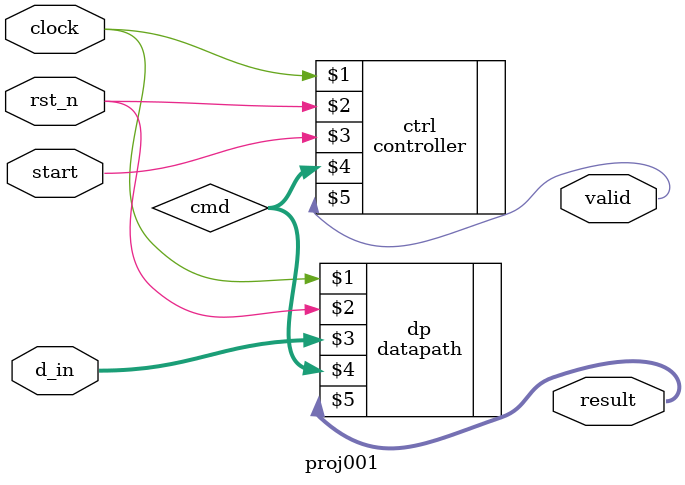
<source format=v>
module proj001 #(
  parameter WIDTH = 4
) (
  input clock, rst_n,
  input [WIDTH-1:0] d_in,
  input start,
  output [WIDTH:0] result,
  output valid
);

  wire [2:0] cmd;

  datapath #( .WIDTH(WIDTH) ) dp ( clock, rst_n, d_in, cmd, result );
  controller ctrl (clock, rst_n, start, cmd, valid );

endmodule

</source>
